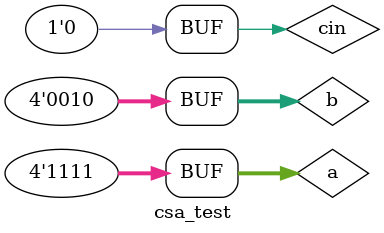
<source format=v>
`timescale 1ns / 1ps


module csa_test;

	// Inputs
	reg [3:0] a;
	reg [3:0] b;
	reg cin;

	// Outputs
	wire [4:0] s;
	wire cout;

	// Instantiate the Unit Under Test (UUT)
	csa uut (
		.a(a), 
		.b(b), 
		.s(s), 
		.cin(cin), 
		.cout(cout)
	);

	initial begin
		a = 4'b1111;
		b = 4'b0010;
		cin = 0;
		#100;
        
	end
      
endmodule


</source>
